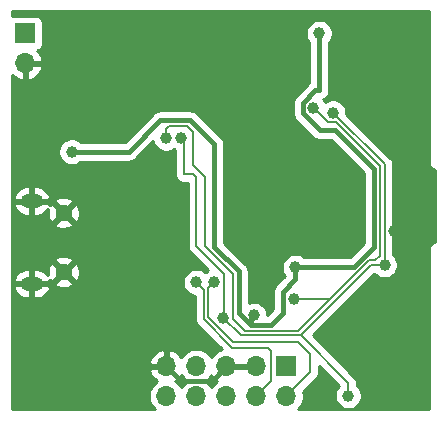
<source format=gbr>
%TF.GenerationSoftware,KiCad,Pcbnew,(5.1.9)-1*%
%TF.CreationDate,2021-05-13T10:13:02+02:00*%
%TF.ProjectId,TFG_LOPEZ_GIMENEZ,5446475f-4c4f-4504-955a-5f47494d454e,rev?*%
%TF.SameCoordinates,Original*%
%TF.FileFunction,Copper,L2,Bot*%
%TF.FilePolarity,Positive*%
%FSLAX46Y46*%
G04 Gerber Fmt 4.6, Leading zero omitted, Abs format (unit mm)*
G04 Created by KiCad (PCBNEW (5.1.9)-1) date 2021-05-13 10:13:02*
%MOMM*%
%LPD*%
G01*
G04 APERTURE LIST*
%TA.AperFunction,ComponentPad*%
%ADD10O,1.700000X1.700000*%
%TD*%
%TA.AperFunction,ComponentPad*%
%ADD11R,1.700000X1.700000*%
%TD*%
%TA.AperFunction,ComponentPad*%
%ADD12O,1.900000X1.200000*%
%TD*%
%TA.AperFunction,ComponentPad*%
%ADD13C,1.450000*%
%TD*%
%TA.AperFunction,ViaPad*%
%ADD14C,1.000000*%
%TD*%
%TA.AperFunction,Conductor*%
%ADD15C,0.400000*%
%TD*%
%TA.AperFunction,Conductor*%
%ADD16C,0.200000*%
%TD*%
%TA.AperFunction,Conductor*%
%ADD17C,0.100000*%
%TD*%
%TA.AperFunction,Conductor*%
%ADD18C,0.254000*%
%TD*%
G04 APERTURE END LIST*
D10*
%TO.P,J2,10*%
%TO.N,/nReset*%
X28956000Y-50800000D03*
%TO.P,J2,9*%
%TO.N,GND*%
X28956000Y-48260000D03*
%TO.P,J2,8*%
%TO.N,Net-(J2-Pad8)*%
X31496000Y-50800000D03*
%TO.P,J2,7*%
%TO.N,Net-(J2-Pad7)*%
X31496000Y-48260000D03*
%TO.P,J2,6*%
%TO.N,Net-(J2-Pad6)*%
X34036000Y-50800000D03*
%TO.P,J2,5*%
%TO.N,GND*%
X34036000Y-48260000D03*
%TO.P,J2,4*%
%TO.N,SWC*%
X36576000Y-50800000D03*
%TO.P,J2,3*%
%TO.N,GND*%
X36576000Y-48260000D03*
%TO.P,J2,2*%
%TO.N,SWD*%
X39116000Y-50800000D03*
D11*
%TO.P,J2,1*%
%TO.N,+3V3*%
X39116000Y-48260000D03*
%TD*%
D12*
%TO.P,J1,6*%
%TO.N,GND*%
X17558500Y-41269800D03*
X17558500Y-34269800D03*
D13*
X20258500Y-40269800D03*
X20258500Y-35269800D03*
%TD*%
D11*
%TO.P,BT1,1*%
%TO.N,+BATT*%
X17018000Y-20066000D03*
D10*
%TO.P,BT1,2*%
%TO.N,GND*%
X17018000Y-22606000D03*
%TD*%
D14*
%TO.N,GND*%
X36550600Y-27457400D03*
X29210000Y-24130000D03*
X27585500Y-44603500D03*
X48260000Y-36830000D03*
X49530000Y-25146000D03*
X42420000Y-49510000D03*
X47498000Y-46736000D03*
%TO.N,+3V3*%
X41910000Y-20066000D03*
X20955000Y-30099000D03*
X39878000Y-39878000D03*
X36349300Y-43914700D03*
%TO.N,/SDA*%
X33782000Y-44196000D03*
X30226000Y-28956000D03*
X47433000Y-39689000D03*
X43053000Y-26797000D03*
X44350000Y-50760000D03*
%TO.N,/SCL*%
X28956000Y-28956000D03*
X41402000Y-26416000D03*
X39725600Y-42570400D03*
%TO.N,SWC*%
X31496000Y-41148000D03*
%TO.N,SWD*%
X33020000Y-41148000D03*
%TD*%
D15*
%TO.N,GND*%
X30206001Y-49510001D02*
X28956000Y-48260000D01*
X32785999Y-49510001D02*
X30206001Y-49510001D01*
X34036000Y-48260000D02*
X32785999Y-49510001D01*
%TO.N,+3V3*%
X41910000Y-20066000D02*
X41910000Y-24909780D01*
X41936898Y-28282900D02*
X43266082Y-28282900D01*
X40501999Y-26848001D02*
X41936898Y-28282900D01*
X40501999Y-25983999D02*
X40501999Y-26848001D01*
X41576218Y-24909780D02*
X40501999Y-25983999D01*
X41910000Y-24909780D02*
X41576218Y-24909780D01*
X43266082Y-28282900D02*
X46532980Y-31549798D01*
X46532980Y-31549798D02*
X46532980Y-38160223D01*
X44815203Y-39878000D02*
X39878000Y-39878000D01*
X46532980Y-38160223D02*
X44815203Y-39878000D01*
X39878000Y-40894000D02*
X39878000Y-39878000D01*
X38825599Y-41946401D02*
X39878000Y-40894000D01*
X38825599Y-43724401D02*
X38825599Y-41946401D01*
X36113991Y-44749991D02*
X37800009Y-44749991D01*
X35082011Y-43718011D02*
X36113991Y-44749991D01*
X35082011Y-40216891D02*
X35082011Y-43718011D01*
X33020000Y-38154880D02*
X35082011Y-40216891D01*
X30995990Y-27439990D02*
X33020000Y-29464000D01*
X28440010Y-27439990D02*
X30995990Y-27439990D01*
X37800009Y-44749991D02*
X38825599Y-43724401D01*
X25781000Y-30099000D02*
X28440010Y-27439990D01*
X33020000Y-29464000D02*
X33020000Y-38154880D01*
X20955000Y-30099000D02*
X25781000Y-30099000D01*
X36113991Y-44150009D02*
X36349300Y-43914700D01*
X36113991Y-44749991D02*
X36113991Y-44150009D01*
D16*
%TO.N,/SDA*%
X30368001Y-29098001D02*
X30226000Y-28956000D01*
X33782000Y-44196000D02*
X35236011Y-45650011D01*
X33820001Y-40424001D02*
X33820001Y-44157999D01*
X31496000Y-32258000D02*
X31496000Y-38100000D01*
X31242000Y-32004000D02*
X31496000Y-32258000D01*
X30414000Y-32004000D02*
X31242000Y-32004000D01*
X31496000Y-38100000D02*
X33820001Y-40424001D01*
X30414000Y-29144000D02*
X30414000Y-32004000D01*
X33820001Y-44157999D02*
X33782000Y-44196000D01*
X30226000Y-28956000D02*
X30414000Y-29144000D01*
X40316011Y-45650011D02*
X38423989Y-45650011D01*
X38423989Y-45650011D02*
X38677989Y-45650011D01*
X35236011Y-45650011D02*
X38423989Y-45650011D01*
X46277022Y-39689000D02*
X40316011Y-45650011D01*
X47433000Y-39689000D02*
X46277022Y-39689000D01*
X47433000Y-31177000D02*
X43053000Y-26797000D01*
X47433000Y-39689000D02*
X47433000Y-31177000D01*
D17*
X40316011Y-45650011D02*
X40460011Y-45650011D01*
D16*
X44350000Y-49684000D02*
X40316011Y-45650011D01*
X44350000Y-50760000D02*
X44350000Y-49684000D01*
%TO.N,/SCL*%
X35598001Y-45250001D02*
X37807999Y-45250001D01*
X34582001Y-44234001D02*
X35598001Y-45250001D01*
X34582001Y-40424001D02*
X34582001Y-44234001D01*
X32258000Y-38100000D02*
X34582001Y-40424001D01*
X32258000Y-32258000D02*
X32258000Y-38100000D01*
X31242000Y-31242000D02*
X32258000Y-32258000D01*
X31242000Y-28448000D02*
X31242000Y-31242000D01*
X30734000Y-27940000D02*
X31242000Y-28448000D01*
X29210000Y-27940000D02*
X30734000Y-27940000D01*
X28956000Y-28194000D02*
X29210000Y-27940000D01*
X28956000Y-28956000D02*
X28956000Y-28194000D01*
X41487998Y-26416000D02*
X41402000Y-26416000D01*
X42668999Y-27597001D02*
X41487998Y-26416000D01*
X43287303Y-27597001D02*
X42668999Y-27597001D01*
X47032990Y-31342688D02*
X43287303Y-27597001D01*
X47032990Y-38905008D02*
X47032990Y-31342688D01*
X46649008Y-39288990D02*
X47032990Y-38905008D01*
X46111333Y-39288990D02*
X46649008Y-39288990D01*
X40132000Y-45212000D02*
X40188324Y-45212000D01*
X40093999Y-45250001D02*
X40132000Y-45212000D01*
X37807999Y-45250001D02*
X40093999Y-45250001D01*
X42832241Y-42568081D02*
X46111333Y-39288990D01*
X40188324Y-45212000D02*
X42832241Y-42568081D01*
X42829922Y-42570400D02*
X42832241Y-42568081D01*
X39725600Y-42570400D02*
X42829922Y-42570400D01*
%TO.N,SWC*%
X36068000Y-50800000D02*
X36576000Y-50800000D01*
X37846000Y-49530000D02*
X36576000Y-50800000D01*
X37846000Y-46990000D02*
X37846000Y-49530000D01*
X34544000Y-46707701D02*
X37563701Y-46707701D01*
X32119991Y-44283692D02*
X34544000Y-46707701D01*
X37563701Y-46707701D02*
X37846000Y-46990000D01*
X32119991Y-41771991D02*
X32119991Y-44283692D01*
X31496000Y-41148000D02*
X32119991Y-41771991D01*
%TO.N,SWD*%
X41148000Y-47244000D02*
X41148000Y-48768000D01*
X41148000Y-48768000D02*
X39116000Y-50800000D01*
X40132000Y-46228000D02*
X41148000Y-47244000D01*
X32520001Y-44118003D02*
X34629998Y-46228000D01*
X34629998Y-46228000D02*
X40132000Y-46228000D01*
X32520001Y-41647999D02*
X32520001Y-44118003D01*
X33020000Y-41148000D02*
X32520001Y-41647999D01*
%TD*%
D18*
%TO.N,GND*%
X51156000Y-30955581D02*
X51152807Y-30988000D01*
X51165550Y-31117383D01*
X51203290Y-31241793D01*
X51264575Y-31356450D01*
X51347052Y-31456948D01*
X51447550Y-31539425D01*
X51562207Y-31600710D01*
X51686617Y-31638450D01*
X51689000Y-31638685D01*
X51689000Y-37703315D01*
X51686617Y-37703550D01*
X51562207Y-37741290D01*
X51447550Y-37802575D01*
X51347052Y-37885052D01*
X51264575Y-37985550D01*
X51203290Y-38100207D01*
X51165550Y-38224617D01*
X51152807Y-38354000D01*
X51156001Y-38386429D01*
X51156000Y-51918000D01*
X40098107Y-51918000D01*
X40269475Y-51746632D01*
X40431990Y-51503411D01*
X40543932Y-51233158D01*
X40601000Y-50946260D01*
X40601000Y-50653740D01*
X40551344Y-50404103D01*
X41642193Y-49313254D01*
X41670238Y-49290238D01*
X41762087Y-49178320D01*
X41830337Y-49050633D01*
X41872365Y-48912085D01*
X41883000Y-48804105D01*
X41886556Y-48768000D01*
X41883000Y-48731895D01*
X41883000Y-48256447D01*
X43565711Y-49939157D01*
X43468388Y-50036480D01*
X43344176Y-50222376D01*
X43258617Y-50428933D01*
X43215000Y-50648212D01*
X43215000Y-50871788D01*
X43258617Y-51091067D01*
X43344176Y-51297624D01*
X43468388Y-51483520D01*
X43626480Y-51641612D01*
X43812376Y-51765824D01*
X44018933Y-51851383D01*
X44238212Y-51895000D01*
X44461788Y-51895000D01*
X44681067Y-51851383D01*
X44887624Y-51765824D01*
X45073520Y-51641612D01*
X45231612Y-51483520D01*
X45355824Y-51297624D01*
X45441383Y-51091067D01*
X45485000Y-50871788D01*
X45485000Y-50648212D01*
X45441383Y-50428933D01*
X45355824Y-50222376D01*
X45231612Y-50036480D01*
X45085000Y-49889868D01*
X45085000Y-49720105D01*
X45088556Y-49684000D01*
X45074365Y-49539915D01*
X45051486Y-49464494D01*
X45032337Y-49401367D01*
X44964087Y-49273680D01*
X44872238Y-49161762D01*
X44844193Y-49138746D01*
X41355457Y-45650011D01*
X46572168Y-40433300D01*
X46709480Y-40570612D01*
X46895376Y-40694824D01*
X47101933Y-40780383D01*
X47321212Y-40824000D01*
X47544788Y-40824000D01*
X47764067Y-40780383D01*
X47970624Y-40694824D01*
X48156520Y-40570612D01*
X48314612Y-40412520D01*
X48438824Y-40226624D01*
X48524383Y-40020067D01*
X48568000Y-39800788D01*
X48568000Y-39577212D01*
X48524383Y-39357933D01*
X48438824Y-39151376D01*
X48314612Y-38965480D01*
X48168000Y-38818868D01*
X48168000Y-31213094D01*
X48171555Y-31176999D01*
X48168000Y-31140904D01*
X48168000Y-31140895D01*
X48157365Y-31032915D01*
X48115337Y-30894367D01*
X48047087Y-30766680D01*
X47955238Y-30654762D01*
X47927193Y-30631746D01*
X44188000Y-26892554D01*
X44188000Y-26685212D01*
X44144383Y-26465933D01*
X44058824Y-26259376D01*
X43934612Y-26073480D01*
X43776520Y-25915388D01*
X43590624Y-25791176D01*
X43384067Y-25705617D01*
X43164788Y-25662000D01*
X42941212Y-25662000D01*
X42721933Y-25705617D01*
X42515376Y-25791176D01*
X42400740Y-25867774D01*
X42283612Y-25692480D01*
X42260410Y-25669278D01*
X42376146Y-25607416D01*
X42503291Y-25503071D01*
X42607636Y-25375926D01*
X42685172Y-25230867D01*
X42732918Y-25073469D01*
X42745000Y-24950799D01*
X42749040Y-24909780D01*
X42745000Y-24868761D01*
X42745000Y-20836132D01*
X42791612Y-20789520D01*
X42915824Y-20603624D01*
X43001383Y-20397067D01*
X43045000Y-20177788D01*
X43045000Y-19954212D01*
X43001383Y-19734933D01*
X42915824Y-19528376D01*
X42791612Y-19342480D01*
X42633520Y-19184388D01*
X42447624Y-19060176D01*
X42241067Y-18974617D01*
X42021788Y-18931000D01*
X41798212Y-18931000D01*
X41578933Y-18974617D01*
X41372376Y-19060176D01*
X41186480Y-19184388D01*
X41028388Y-19342480D01*
X40904176Y-19528376D01*
X40818617Y-19734933D01*
X40775000Y-19954212D01*
X40775000Y-20177788D01*
X40818617Y-20397067D01*
X40904176Y-20603624D01*
X41028388Y-20789520D01*
X41075000Y-20836132D01*
X41075001Y-24240926D01*
X40982927Y-24316489D01*
X40956776Y-24348354D01*
X39940578Y-25364553D01*
X39908708Y-25390708D01*
X39816495Y-25503071D01*
X39804363Y-25517854D01*
X39726827Y-25662913D01*
X39679081Y-25820311D01*
X39662959Y-25983999D01*
X39666999Y-26025017D01*
X39666999Y-26806983D01*
X39662959Y-26848001D01*
X39679081Y-27011689D01*
X39726827Y-27169087D01*
X39804363Y-27314146D01*
X39804545Y-27314368D01*
X39908709Y-27441292D01*
X39940573Y-27467442D01*
X41317461Y-28844332D01*
X41343607Y-28876191D01*
X41375466Y-28902337D01*
X41375468Y-28902339D01*
X41440855Y-28956000D01*
X41470752Y-28980536D01*
X41615811Y-29058072D01*
X41773209Y-29105818D01*
X41895879Y-29117900D01*
X41895880Y-29117900D01*
X41936898Y-29121940D01*
X41977916Y-29117900D01*
X42920215Y-29117900D01*
X45697980Y-31895666D01*
X45697981Y-37814353D01*
X44469336Y-39043000D01*
X40648132Y-39043000D01*
X40601520Y-38996388D01*
X40415624Y-38872176D01*
X40209067Y-38786617D01*
X39989788Y-38743000D01*
X39766212Y-38743000D01*
X39546933Y-38786617D01*
X39340376Y-38872176D01*
X39154480Y-38996388D01*
X38996388Y-39154480D01*
X38872176Y-39340376D01*
X38786617Y-39546933D01*
X38743000Y-39766212D01*
X38743000Y-39989788D01*
X38786617Y-40209067D01*
X38872176Y-40415624D01*
X38993674Y-40597458D01*
X38264173Y-41326960D01*
X38232309Y-41353110D01*
X38156692Y-41445250D01*
X38127963Y-41480256D01*
X38050427Y-41625315D01*
X38002681Y-41782713D01*
X37986559Y-41946401D01*
X37990600Y-41987429D01*
X37990599Y-43378533D01*
X37484300Y-43884833D01*
X37484300Y-43802912D01*
X37440683Y-43583633D01*
X37355124Y-43377076D01*
X37230912Y-43191180D01*
X37072820Y-43033088D01*
X36886924Y-42908876D01*
X36680367Y-42823317D01*
X36461088Y-42779700D01*
X36237512Y-42779700D01*
X36018233Y-42823317D01*
X35917011Y-42865245D01*
X35917011Y-40257909D01*
X35921051Y-40216891D01*
X35904929Y-40053202D01*
X35857183Y-39895804D01*
X35779647Y-39750745D01*
X35701450Y-39655461D01*
X35701448Y-39655459D01*
X35675302Y-39623600D01*
X35643444Y-39597455D01*
X33855000Y-37809013D01*
X33855000Y-29505007D01*
X33859039Y-29463999D01*
X33855000Y-29422991D01*
X33855000Y-29422981D01*
X33842918Y-29300311D01*
X33795172Y-29142913D01*
X33717636Y-28997854D01*
X33613291Y-28870709D01*
X33581428Y-28844560D01*
X31615436Y-26878569D01*
X31589281Y-26846699D01*
X31462136Y-26742354D01*
X31317077Y-26664818D01*
X31159679Y-26617072D01*
X31037009Y-26604990D01*
X31037008Y-26604990D01*
X30995990Y-26600950D01*
X30954972Y-26604990D01*
X28481028Y-26604990D01*
X28440009Y-26600950D01*
X28398991Y-26604990D01*
X28276321Y-26617072D01*
X28118923Y-26664818D01*
X27973864Y-26742354D01*
X27846719Y-26846699D01*
X27820569Y-26878563D01*
X25435133Y-29264000D01*
X21725132Y-29264000D01*
X21678520Y-29217388D01*
X21492624Y-29093176D01*
X21286067Y-29007617D01*
X21066788Y-28964000D01*
X20843212Y-28964000D01*
X20623933Y-29007617D01*
X20417376Y-29093176D01*
X20231480Y-29217388D01*
X20073388Y-29375480D01*
X19949176Y-29561376D01*
X19863617Y-29767933D01*
X19820000Y-29987212D01*
X19820000Y-30210788D01*
X19863617Y-30430067D01*
X19949176Y-30636624D01*
X20073388Y-30822520D01*
X20231480Y-30980612D01*
X20417376Y-31104824D01*
X20623933Y-31190383D01*
X20843212Y-31234000D01*
X21066788Y-31234000D01*
X21286067Y-31190383D01*
X21492624Y-31104824D01*
X21678520Y-30980612D01*
X21725132Y-30934000D01*
X25739982Y-30934000D01*
X25781000Y-30938040D01*
X25822018Y-30934000D01*
X25822019Y-30934000D01*
X25944689Y-30921918D01*
X26102087Y-30874172D01*
X26247146Y-30796636D01*
X26374291Y-30692291D01*
X26400446Y-30660421D01*
X27849550Y-29211318D01*
X27864617Y-29287067D01*
X27950176Y-29493624D01*
X28074388Y-29679520D01*
X28232480Y-29837612D01*
X28418376Y-29961824D01*
X28624933Y-30047383D01*
X28844212Y-30091000D01*
X29067788Y-30091000D01*
X29287067Y-30047383D01*
X29493624Y-29961824D01*
X29591000Y-29896759D01*
X29679000Y-29955559D01*
X29679001Y-31967885D01*
X29675444Y-32004000D01*
X29689635Y-32148085D01*
X29731663Y-32286633D01*
X29799913Y-32414320D01*
X29891762Y-32526238D01*
X30003680Y-32618087D01*
X30131367Y-32686337D01*
X30269915Y-32728365D01*
X30377895Y-32739000D01*
X30414000Y-32742556D01*
X30450105Y-32739000D01*
X30761000Y-32739000D01*
X30761001Y-38063885D01*
X30757444Y-38100000D01*
X30771635Y-38244085D01*
X30795851Y-38323912D01*
X30813664Y-38382633D01*
X30881914Y-38510320D01*
X30973763Y-38622238D01*
X31001808Y-38645254D01*
X32493940Y-40137386D01*
X32482376Y-40142176D01*
X32296480Y-40266388D01*
X32258000Y-40304868D01*
X32219520Y-40266388D01*
X32033624Y-40142176D01*
X31827067Y-40056617D01*
X31607788Y-40013000D01*
X31384212Y-40013000D01*
X31164933Y-40056617D01*
X30958376Y-40142176D01*
X30772480Y-40266388D01*
X30614388Y-40424480D01*
X30490176Y-40610376D01*
X30404617Y-40816933D01*
X30361000Y-41036212D01*
X30361000Y-41259788D01*
X30404617Y-41479067D01*
X30490176Y-41685624D01*
X30614388Y-41871520D01*
X30772480Y-42029612D01*
X30958376Y-42153824D01*
X31164933Y-42239383D01*
X31384212Y-42283000D01*
X31384991Y-42283000D01*
X31384992Y-44247577D01*
X31381435Y-44283692D01*
X31395626Y-44427777D01*
X31434842Y-44557051D01*
X31437655Y-44566325D01*
X31505905Y-44694012D01*
X31597754Y-44805930D01*
X31625799Y-44828946D01*
X33630209Y-46833357D01*
X33531901Y-46863175D01*
X33269080Y-46988359D01*
X33035731Y-47162412D01*
X32840822Y-47378645D01*
X32771195Y-47495534D01*
X32649475Y-47313368D01*
X32442632Y-47106525D01*
X32199411Y-46944010D01*
X31929158Y-46832068D01*
X31642260Y-46775000D01*
X31349740Y-46775000D01*
X31062842Y-46832068D01*
X30792589Y-46944010D01*
X30549368Y-47106525D01*
X30342525Y-47313368D01*
X30220805Y-47495534D01*
X30151178Y-47378645D01*
X29956269Y-47162412D01*
X29722920Y-46988359D01*
X29460099Y-46863175D01*
X29312890Y-46818524D01*
X29083000Y-46939845D01*
X29083000Y-48133000D01*
X29103000Y-48133000D01*
X29103000Y-48387000D01*
X29083000Y-48387000D01*
X29083000Y-48407000D01*
X28829000Y-48407000D01*
X28829000Y-48387000D01*
X27635186Y-48387000D01*
X27514519Y-48616891D01*
X27611843Y-48891252D01*
X27760822Y-49141355D01*
X27955731Y-49357588D01*
X28185406Y-49528900D01*
X28009368Y-49646525D01*
X27802525Y-49853368D01*
X27640010Y-50096589D01*
X27528068Y-50366842D01*
X27471000Y-50653740D01*
X27471000Y-50946260D01*
X27528068Y-51233158D01*
X27640010Y-51503411D01*
X27802525Y-51746632D01*
X27973893Y-51918000D01*
X15900000Y-51918000D01*
X15900000Y-47903109D01*
X27514519Y-47903109D01*
X27635186Y-48133000D01*
X28829000Y-48133000D01*
X28829000Y-46939845D01*
X28599110Y-46818524D01*
X28451901Y-46863175D01*
X28189080Y-46988359D01*
X27955731Y-47162412D01*
X27760822Y-47378645D01*
X27611843Y-47628748D01*
X27514519Y-47903109D01*
X15900000Y-47903109D01*
X15900000Y-41587409D01*
X16015038Y-41587409D01*
X16018909Y-41625082D01*
X16111079Y-41850333D01*
X16245422Y-42053274D01*
X16416775Y-42226107D01*
X16618554Y-42362190D01*
X16843004Y-42456293D01*
X17081500Y-42504800D01*
X17431500Y-42504800D01*
X17431500Y-41396800D01*
X17685500Y-41396800D01*
X17685500Y-42504800D01*
X18035500Y-42504800D01*
X18273996Y-42456293D01*
X18498446Y-42362190D01*
X18700225Y-42226107D01*
X18871578Y-42053274D01*
X19005921Y-41850333D01*
X19098091Y-41625082D01*
X19101962Y-41587409D01*
X18977231Y-41396800D01*
X17685500Y-41396800D01*
X17431500Y-41396800D01*
X16139769Y-41396800D01*
X16015038Y-41587409D01*
X15900000Y-41587409D01*
X15900000Y-41208933D01*
X19498972Y-41208933D01*
X19561465Y-41445250D01*
X19804178Y-41558650D01*
X20064349Y-41622519D01*
X20331982Y-41634404D01*
X20596791Y-41593848D01*
X20848600Y-41502409D01*
X20955535Y-41445250D01*
X21018028Y-41208933D01*
X20258500Y-40449405D01*
X19498972Y-41208933D01*
X15900000Y-41208933D01*
X15900000Y-40952191D01*
X16015038Y-40952191D01*
X16139769Y-41142800D01*
X17431500Y-41142800D01*
X17431500Y-40034800D01*
X17685500Y-40034800D01*
X17685500Y-41142800D01*
X18977231Y-41142800D01*
X19091003Y-40968938D01*
X19319367Y-41029328D01*
X20078895Y-40269800D01*
X20438105Y-40269800D01*
X21197633Y-41029328D01*
X21433950Y-40966835D01*
X21547350Y-40724122D01*
X21611219Y-40463951D01*
X21623104Y-40196318D01*
X21582548Y-39931509D01*
X21491109Y-39679700D01*
X21433950Y-39572765D01*
X21197633Y-39510272D01*
X20438105Y-40269800D01*
X20078895Y-40269800D01*
X19319367Y-39510272D01*
X19083050Y-39572765D01*
X18969650Y-39815478D01*
X18905781Y-40075649D01*
X18893896Y-40343282D01*
X18929115Y-40573242D01*
X18871578Y-40486326D01*
X18700225Y-40313493D01*
X18498446Y-40177410D01*
X18273996Y-40083307D01*
X18035500Y-40034800D01*
X17685500Y-40034800D01*
X17431500Y-40034800D01*
X17081500Y-40034800D01*
X16843004Y-40083307D01*
X16618554Y-40177410D01*
X16416775Y-40313493D01*
X16245422Y-40486326D01*
X16111079Y-40689267D01*
X16018909Y-40914518D01*
X16015038Y-40952191D01*
X15900000Y-40952191D01*
X15900000Y-39330667D01*
X19498972Y-39330667D01*
X20258500Y-40090195D01*
X21018028Y-39330667D01*
X20955535Y-39094350D01*
X20712822Y-38980950D01*
X20452651Y-38917081D01*
X20185018Y-38905196D01*
X19920209Y-38945752D01*
X19668400Y-39037191D01*
X19561465Y-39094350D01*
X19498972Y-39330667D01*
X15900000Y-39330667D01*
X15900000Y-36208933D01*
X19498972Y-36208933D01*
X19561465Y-36445250D01*
X19804178Y-36558650D01*
X20064349Y-36622519D01*
X20331982Y-36634404D01*
X20596791Y-36593848D01*
X20848600Y-36502409D01*
X20955535Y-36445250D01*
X21018028Y-36208933D01*
X20258500Y-35449405D01*
X19498972Y-36208933D01*
X15900000Y-36208933D01*
X15900000Y-34587409D01*
X16015038Y-34587409D01*
X16018909Y-34625082D01*
X16111079Y-34850333D01*
X16245422Y-35053274D01*
X16416775Y-35226107D01*
X16618554Y-35362190D01*
X16843004Y-35456293D01*
X17081500Y-35504800D01*
X17431500Y-35504800D01*
X17431500Y-34396800D01*
X17685500Y-34396800D01*
X17685500Y-35504800D01*
X18035500Y-35504800D01*
X18273996Y-35456293D01*
X18498446Y-35362190D01*
X18700225Y-35226107D01*
X18871578Y-35053274D01*
X18934671Y-34957964D01*
X18905781Y-35075649D01*
X18893896Y-35343282D01*
X18934452Y-35608091D01*
X19025891Y-35859900D01*
X19083050Y-35966835D01*
X19319367Y-36029328D01*
X20078895Y-35269800D01*
X20438105Y-35269800D01*
X21197633Y-36029328D01*
X21433950Y-35966835D01*
X21547350Y-35724122D01*
X21611219Y-35463951D01*
X21623104Y-35196318D01*
X21582548Y-34931509D01*
X21491109Y-34679700D01*
X21433950Y-34572765D01*
X21197633Y-34510272D01*
X20438105Y-35269800D01*
X20078895Y-35269800D01*
X19319367Y-34510272D01*
X19091003Y-34570662D01*
X18977231Y-34396800D01*
X17685500Y-34396800D01*
X17431500Y-34396800D01*
X16139769Y-34396800D01*
X16015038Y-34587409D01*
X15900000Y-34587409D01*
X15900000Y-34330667D01*
X19498972Y-34330667D01*
X20258500Y-35090195D01*
X21018028Y-34330667D01*
X20955535Y-34094350D01*
X20712822Y-33980950D01*
X20452651Y-33917081D01*
X20185018Y-33905196D01*
X19920209Y-33945752D01*
X19668400Y-34037191D01*
X19561465Y-34094350D01*
X19498972Y-34330667D01*
X15900000Y-34330667D01*
X15900000Y-33952191D01*
X16015038Y-33952191D01*
X16139769Y-34142800D01*
X17431500Y-34142800D01*
X17431500Y-33034800D01*
X17685500Y-33034800D01*
X17685500Y-34142800D01*
X18977231Y-34142800D01*
X19101962Y-33952191D01*
X19098091Y-33914518D01*
X19005921Y-33689267D01*
X18871578Y-33486326D01*
X18700225Y-33313493D01*
X18498446Y-33177410D01*
X18273996Y-33083307D01*
X18035500Y-33034800D01*
X17685500Y-33034800D01*
X17431500Y-33034800D01*
X17081500Y-33034800D01*
X16843004Y-33083307D01*
X16618554Y-33177410D01*
X16416775Y-33313493D01*
X16245422Y-33486326D01*
X16111079Y-33689267D01*
X16018909Y-33914518D01*
X16015038Y-33952191D01*
X15900000Y-33952191D01*
X15900000Y-23578903D01*
X15920412Y-23606269D01*
X16136645Y-23801178D01*
X16386748Y-23950157D01*
X16661109Y-24047481D01*
X16891000Y-23926814D01*
X16891000Y-22733000D01*
X17145000Y-22733000D01*
X17145000Y-23926814D01*
X17374891Y-24047481D01*
X17649252Y-23950157D01*
X17899355Y-23801178D01*
X18115588Y-23606269D01*
X18289641Y-23372920D01*
X18414825Y-23110099D01*
X18459476Y-22962890D01*
X18338155Y-22733000D01*
X17145000Y-22733000D01*
X16891000Y-22733000D01*
X16871000Y-22733000D01*
X16871000Y-22479000D01*
X16891000Y-22479000D01*
X16891000Y-22459000D01*
X17145000Y-22459000D01*
X17145000Y-22479000D01*
X18338155Y-22479000D01*
X18459476Y-22249110D01*
X18414825Y-22101901D01*
X18289641Y-21839080D01*
X18115588Y-21605731D01*
X18031534Y-21529966D01*
X18112180Y-21505502D01*
X18222494Y-21446537D01*
X18319185Y-21367185D01*
X18398537Y-21270494D01*
X18457502Y-21160180D01*
X18493812Y-21040482D01*
X18506072Y-20916000D01*
X18506072Y-19216000D01*
X18493812Y-19091518D01*
X18457502Y-18971820D01*
X18398537Y-18861506D01*
X18319185Y-18764815D01*
X18222494Y-18685463D01*
X18112180Y-18626498D01*
X17992482Y-18590188D01*
X17868000Y-18577928D01*
X16168000Y-18577928D01*
X16043518Y-18590188D01*
X15923820Y-18626498D01*
X15900000Y-18639230D01*
X15900000Y-18186000D01*
X51156001Y-18186000D01*
X51156000Y-30955581D01*
%TA.AperFunction,Conductor*%
D17*
G36*
X51156000Y-30955581D02*
G01*
X51152807Y-30988000D01*
X51165550Y-31117383D01*
X51203290Y-31241793D01*
X51264575Y-31356450D01*
X51347052Y-31456948D01*
X51447550Y-31539425D01*
X51562207Y-31600710D01*
X51686617Y-31638450D01*
X51689000Y-31638685D01*
X51689000Y-37703315D01*
X51686617Y-37703550D01*
X51562207Y-37741290D01*
X51447550Y-37802575D01*
X51347052Y-37885052D01*
X51264575Y-37985550D01*
X51203290Y-38100207D01*
X51165550Y-38224617D01*
X51152807Y-38354000D01*
X51156001Y-38386429D01*
X51156000Y-51918000D01*
X40098107Y-51918000D01*
X40269475Y-51746632D01*
X40431990Y-51503411D01*
X40543932Y-51233158D01*
X40601000Y-50946260D01*
X40601000Y-50653740D01*
X40551344Y-50404103D01*
X41642193Y-49313254D01*
X41670238Y-49290238D01*
X41762087Y-49178320D01*
X41830337Y-49050633D01*
X41872365Y-48912085D01*
X41883000Y-48804105D01*
X41886556Y-48768000D01*
X41883000Y-48731895D01*
X41883000Y-48256447D01*
X43565711Y-49939157D01*
X43468388Y-50036480D01*
X43344176Y-50222376D01*
X43258617Y-50428933D01*
X43215000Y-50648212D01*
X43215000Y-50871788D01*
X43258617Y-51091067D01*
X43344176Y-51297624D01*
X43468388Y-51483520D01*
X43626480Y-51641612D01*
X43812376Y-51765824D01*
X44018933Y-51851383D01*
X44238212Y-51895000D01*
X44461788Y-51895000D01*
X44681067Y-51851383D01*
X44887624Y-51765824D01*
X45073520Y-51641612D01*
X45231612Y-51483520D01*
X45355824Y-51297624D01*
X45441383Y-51091067D01*
X45485000Y-50871788D01*
X45485000Y-50648212D01*
X45441383Y-50428933D01*
X45355824Y-50222376D01*
X45231612Y-50036480D01*
X45085000Y-49889868D01*
X45085000Y-49720105D01*
X45088556Y-49684000D01*
X45074365Y-49539915D01*
X45051486Y-49464494D01*
X45032337Y-49401367D01*
X44964087Y-49273680D01*
X44872238Y-49161762D01*
X44844193Y-49138746D01*
X41355457Y-45650011D01*
X46572168Y-40433300D01*
X46709480Y-40570612D01*
X46895376Y-40694824D01*
X47101933Y-40780383D01*
X47321212Y-40824000D01*
X47544788Y-40824000D01*
X47764067Y-40780383D01*
X47970624Y-40694824D01*
X48156520Y-40570612D01*
X48314612Y-40412520D01*
X48438824Y-40226624D01*
X48524383Y-40020067D01*
X48568000Y-39800788D01*
X48568000Y-39577212D01*
X48524383Y-39357933D01*
X48438824Y-39151376D01*
X48314612Y-38965480D01*
X48168000Y-38818868D01*
X48168000Y-31213094D01*
X48171555Y-31176999D01*
X48168000Y-31140904D01*
X48168000Y-31140895D01*
X48157365Y-31032915D01*
X48115337Y-30894367D01*
X48047087Y-30766680D01*
X47955238Y-30654762D01*
X47927193Y-30631746D01*
X44188000Y-26892554D01*
X44188000Y-26685212D01*
X44144383Y-26465933D01*
X44058824Y-26259376D01*
X43934612Y-26073480D01*
X43776520Y-25915388D01*
X43590624Y-25791176D01*
X43384067Y-25705617D01*
X43164788Y-25662000D01*
X42941212Y-25662000D01*
X42721933Y-25705617D01*
X42515376Y-25791176D01*
X42400740Y-25867774D01*
X42283612Y-25692480D01*
X42260410Y-25669278D01*
X42376146Y-25607416D01*
X42503291Y-25503071D01*
X42607636Y-25375926D01*
X42685172Y-25230867D01*
X42732918Y-25073469D01*
X42745000Y-24950799D01*
X42749040Y-24909780D01*
X42745000Y-24868761D01*
X42745000Y-20836132D01*
X42791612Y-20789520D01*
X42915824Y-20603624D01*
X43001383Y-20397067D01*
X43045000Y-20177788D01*
X43045000Y-19954212D01*
X43001383Y-19734933D01*
X42915824Y-19528376D01*
X42791612Y-19342480D01*
X42633520Y-19184388D01*
X42447624Y-19060176D01*
X42241067Y-18974617D01*
X42021788Y-18931000D01*
X41798212Y-18931000D01*
X41578933Y-18974617D01*
X41372376Y-19060176D01*
X41186480Y-19184388D01*
X41028388Y-19342480D01*
X40904176Y-19528376D01*
X40818617Y-19734933D01*
X40775000Y-19954212D01*
X40775000Y-20177788D01*
X40818617Y-20397067D01*
X40904176Y-20603624D01*
X41028388Y-20789520D01*
X41075000Y-20836132D01*
X41075001Y-24240926D01*
X40982927Y-24316489D01*
X40956776Y-24348354D01*
X39940578Y-25364553D01*
X39908708Y-25390708D01*
X39816495Y-25503071D01*
X39804363Y-25517854D01*
X39726827Y-25662913D01*
X39679081Y-25820311D01*
X39662959Y-25983999D01*
X39666999Y-26025017D01*
X39666999Y-26806983D01*
X39662959Y-26848001D01*
X39679081Y-27011689D01*
X39726827Y-27169087D01*
X39804363Y-27314146D01*
X39804545Y-27314368D01*
X39908709Y-27441292D01*
X39940573Y-27467442D01*
X41317461Y-28844332D01*
X41343607Y-28876191D01*
X41375466Y-28902337D01*
X41375468Y-28902339D01*
X41440855Y-28956000D01*
X41470752Y-28980536D01*
X41615811Y-29058072D01*
X41773209Y-29105818D01*
X41895879Y-29117900D01*
X41895880Y-29117900D01*
X41936898Y-29121940D01*
X41977916Y-29117900D01*
X42920215Y-29117900D01*
X45697980Y-31895666D01*
X45697981Y-37814353D01*
X44469336Y-39043000D01*
X40648132Y-39043000D01*
X40601520Y-38996388D01*
X40415624Y-38872176D01*
X40209067Y-38786617D01*
X39989788Y-38743000D01*
X39766212Y-38743000D01*
X39546933Y-38786617D01*
X39340376Y-38872176D01*
X39154480Y-38996388D01*
X38996388Y-39154480D01*
X38872176Y-39340376D01*
X38786617Y-39546933D01*
X38743000Y-39766212D01*
X38743000Y-39989788D01*
X38786617Y-40209067D01*
X38872176Y-40415624D01*
X38993674Y-40597458D01*
X38264173Y-41326960D01*
X38232309Y-41353110D01*
X38156692Y-41445250D01*
X38127963Y-41480256D01*
X38050427Y-41625315D01*
X38002681Y-41782713D01*
X37986559Y-41946401D01*
X37990600Y-41987429D01*
X37990599Y-43378533D01*
X37484300Y-43884833D01*
X37484300Y-43802912D01*
X37440683Y-43583633D01*
X37355124Y-43377076D01*
X37230912Y-43191180D01*
X37072820Y-43033088D01*
X36886924Y-42908876D01*
X36680367Y-42823317D01*
X36461088Y-42779700D01*
X36237512Y-42779700D01*
X36018233Y-42823317D01*
X35917011Y-42865245D01*
X35917011Y-40257909D01*
X35921051Y-40216891D01*
X35904929Y-40053202D01*
X35857183Y-39895804D01*
X35779647Y-39750745D01*
X35701450Y-39655461D01*
X35701448Y-39655459D01*
X35675302Y-39623600D01*
X35643444Y-39597455D01*
X33855000Y-37809013D01*
X33855000Y-29505007D01*
X33859039Y-29463999D01*
X33855000Y-29422991D01*
X33855000Y-29422981D01*
X33842918Y-29300311D01*
X33795172Y-29142913D01*
X33717636Y-28997854D01*
X33613291Y-28870709D01*
X33581428Y-28844560D01*
X31615436Y-26878569D01*
X31589281Y-26846699D01*
X31462136Y-26742354D01*
X31317077Y-26664818D01*
X31159679Y-26617072D01*
X31037009Y-26604990D01*
X31037008Y-26604990D01*
X30995990Y-26600950D01*
X30954972Y-26604990D01*
X28481028Y-26604990D01*
X28440009Y-26600950D01*
X28398991Y-26604990D01*
X28276321Y-26617072D01*
X28118923Y-26664818D01*
X27973864Y-26742354D01*
X27846719Y-26846699D01*
X27820569Y-26878563D01*
X25435133Y-29264000D01*
X21725132Y-29264000D01*
X21678520Y-29217388D01*
X21492624Y-29093176D01*
X21286067Y-29007617D01*
X21066788Y-28964000D01*
X20843212Y-28964000D01*
X20623933Y-29007617D01*
X20417376Y-29093176D01*
X20231480Y-29217388D01*
X20073388Y-29375480D01*
X19949176Y-29561376D01*
X19863617Y-29767933D01*
X19820000Y-29987212D01*
X19820000Y-30210788D01*
X19863617Y-30430067D01*
X19949176Y-30636624D01*
X20073388Y-30822520D01*
X20231480Y-30980612D01*
X20417376Y-31104824D01*
X20623933Y-31190383D01*
X20843212Y-31234000D01*
X21066788Y-31234000D01*
X21286067Y-31190383D01*
X21492624Y-31104824D01*
X21678520Y-30980612D01*
X21725132Y-30934000D01*
X25739982Y-30934000D01*
X25781000Y-30938040D01*
X25822018Y-30934000D01*
X25822019Y-30934000D01*
X25944689Y-30921918D01*
X26102087Y-30874172D01*
X26247146Y-30796636D01*
X26374291Y-30692291D01*
X26400446Y-30660421D01*
X27849550Y-29211318D01*
X27864617Y-29287067D01*
X27950176Y-29493624D01*
X28074388Y-29679520D01*
X28232480Y-29837612D01*
X28418376Y-29961824D01*
X28624933Y-30047383D01*
X28844212Y-30091000D01*
X29067788Y-30091000D01*
X29287067Y-30047383D01*
X29493624Y-29961824D01*
X29591000Y-29896759D01*
X29679000Y-29955559D01*
X29679001Y-31967885D01*
X29675444Y-32004000D01*
X29689635Y-32148085D01*
X29731663Y-32286633D01*
X29799913Y-32414320D01*
X29891762Y-32526238D01*
X30003680Y-32618087D01*
X30131367Y-32686337D01*
X30269915Y-32728365D01*
X30377895Y-32739000D01*
X30414000Y-32742556D01*
X30450105Y-32739000D01*
X30761000Y-32739000D01*
X30761001Y-38063885D01*
X30757444Y-38100000D01*
X30771635Y-38244085D01*
X30795851Y-38323912D01*
X30813664Y-38382633D01*
X30881914Y-38510320D01*
X30973763Y-38622238D01*
X31001808Y-38645254D01*
X32493940Y-40137386D01*
X32482376Y-40142176D01*
X32296480Y-40266388D01*
X32258000Y-40304868D01*
X32219520Y-40266388D01*
X32033624Y-40142176D01*
X31827067Y-40056617D01*
X31607788Y-40013000D01*
X31384212Y-40013000D01*
X31164933Y-40056617D01*
X30958376Y-40142176D01*
X30772480Y-40266388D01*
X30614388Y-40424480D01*
X30490176Y-40610376D01*
X30404617Y-40816933D01*
X30361000Y-41036212D01*
X30361000Y-41259788D01*
X30404617Y-41479067D01*
X30490176Y-41685624D01*
X30614388Y-41871520D01*
X30772480Y-42029612D01*
X30958376Y-42153824D01*
X31164933Y-42239383D01*
X31384212Y-42283000D01*
X31384991Y-42283000D01*
X31384992Y-44247577D01*
X31381435Y-44283692D01*
X31395626Y-44427777D01*
X31434842Y-44557051D01*
X31437655Y-44566325D01*
X31505905Y-44694012D01*
X31597754Y-44805930D01*
X31625799Y-44828946D01*
X33630209Y-46833357D01*
X33531901Y-46863175D01*
X33269080Y-46988359D01*
X33035731Y-47162412D01*
X32840822Y-47378645D01*
X32771195Y-47495534D01*
X32649475Y-47313368D01*
X32442632Y-47106525D01*
X32199411Y-46944010D01*
X31929158Y-46832068D01*
X31642260Y-46775000D01*
X31349740Y-46775000D01*
X31062842Y-46832068D01*
X30792589Y-46944010D01*
X30549368Y-47106525D01*
X30342525Y-47313368D01*
X30220805Y-47495534D01*
X30151178Y-47378645D01*
X29956269Y-47162412D01*
X29722920Y-46988359D01*
X29460099Y-46863175D01*
X29312890Y-46818524D01*
X29083000Y-46939845D01*
X29083000Y-48133000D01*
X29103000Y-48133000D01*
X29103000Y-48387000D01*
X29083000Y-48387000D01*
X29083000Y-48407000D01*
X28829000Y-48407000D01*
X28829000Y-48387000D01*
X27635186Y-48387000D01*
X27514519Y-48616891D01*
X27611843Y-48891252D01*
X27760822Y-49141355D01*
X27955731Y-49357588D01*
X28185406Y-49528900D01*
X28009368Y-49646525D01*
X27802525Y-49853368D01*
X27640010Y-50096589D01*
X27528068Y-50366842D01*
X27471000Y-50653740D01*
X27471000Y-50946260D01*
X27528068Y-51233158D01*
X27640010Y-51503411D01*
X27802525Y-51746632D01*
X27973893Y-51918000D01*
X15900000Y-51918000D01*
X15900000Y-47903109D01*
X27514519Y-47903109D01*
X27635186Y-48133000D01*
X28829000Y-48133000D01*
X28829000Y-46939845D01*
X28599110Y-46818524D01*
X28451901Y-46863175D01*
X28189080Y-46988359D01*
X27955731Y-47162412D01*
X27760822Y-47378645D01*
X27611843Y-47628748D01*
X27514519Y-47903109D01*
X15900000Y-47903109D01*
X15900000Y-41587409D01*
X16015038Y-41587409D01*
X16018909Y-41625082D01*
X16111079Y-41850333D01*
X16245422Y-42053274D01*
X16416775Y-42226107D01*
X16618554Y-42362190D01*
X16843004Y-42456293D01*
X17081500Y-42504800D01*
X17431500Y-42504800D01*
X17431500Y-41396800D01*
X17685500Y-41396800D01*
X17685500Y-42504800D01*
X18035500Y-42504800D01*
X18273996Y-42456293D01*
X18498446Y-42362190D01*
X18700225Y-42226107D01*
X18871578Y-42053274D01*
X19005921Y-41850333D01*
X19098091Y-41625082D01*
X19101962Y-41587409D01*
X18977231Y-41396800D01*
X17685500Y-41396800D01*
X17431500Y-41396800D01*
X16139769Y-41396800D01*
X16015038Y-41587409D01*
X15900000Y-41587409D01*
X15900000Y-41208933D01*
X19498972Y-41208933D01*
X19561465Y-41445250D01*
X19804178Y-41558650D01*
X20064349Y-41622519D01*
X20331982Y-41634404D01*
X20596791Y-41593848D01*
X20848600Y-41502409D01*
X20955535Y-41445250D01*
X21018028Y-41208933D01*
X20258500Y-40449405D01*
X19498972Y-41208933D01*
X15900000Y-41208933D01*
X15900000Y-40952191D01*
X16015038Y-40952191D01*
X16139769Y-41142800D01*
X17431500Y-41142800D01*
X17431500Y-40034800D01*
X17685500Y-40034800D01*
X17685500Y-41142800D01*
X18977231Y-41142800D01*
X19091003Y-40968938D01*
X19319367Y-41029328D01*
X20078895Y-40269800D01*
X20438105Y-40269800D01*
X21197633Y-41029328D01*
X21433950Y-40966835D01*
X21547350Y-40724122D01*
X21611219Y-40463951D01*
X21623104Y-40196318D01*
X21582548Y-39931509D01*
X21491109Y-39679700D01*
X21433950Y-39572765D01*
X21197633Y-39510272D01*
X20438105Y-40269800D01*
X20078895Y-40269800D01*
X19319367Y-39510272D01*
X19083050Y-39572765D01*
X18969650Y-39815478D01*
X18905781Y-40075649D01*
X18893896Y-40343282D01*
X18929115Y-40573242D01*
X18871578Y-40486326D01*
X18700225Y-40313493D01*
X18498446Y-40177410D01*
X18273996Y-40083307D01*
X18035500Y-40034800D01*
X17685500Y-40034800D01*
X17431500Y-40034800D01*
X17081500Y-40034800D01*
X16843004Y-40083307D01*
X16618554Y-40177410D01*
X16416775Y-40313493D01*
X16245422Y-40486326D01*
X16111079Y-40689267D01*
X16018909Y-40914518D01*
X16015038Y-40952191D01*
X15900000Y-40952191D01*
X15900000Y-39330667D01*
X19498972Y-39330667D01*
X20258500Y-40090195D01*
X21018028Y-39330667D01*
X20955535Y-39094350D01*
X20712822Y-38980950D01*
X20452651Y-38917081D01*
X20185018Y-38905196D01*
X19920209Y-38945752D01*
X19668400Y-39037191D01*
X19561465Y-39094350D01*
X19498972Y-39330667D01*
X15900000Y-39330667D01*
X15900000Y-36208933D01*
X19498972Y-36208933D01*
X19561465Y-36445250D01*
X19804178Y-36558650D01*
X20064349Y-36622519D01*
X20331982Y-36634404D01*
X20596791Y-36593848D01*
X20848600Y-36502409D01*
X20955535Y-36445250D01*
X21018028Y-36208933D01*
X20258500Y-35449405D01*
X19498972Y-36208933D01*
X15900000Y-36208933D01*
X15900000Y-34587409D01*
X16015038Y-34587409D01*
X16018909Y-34625082D01*
X16111079Y-34850333D01*
X16245422Y-35053274D01*
X16416775Y-35226107D01*
X16618554Y-35362190D01*
X16843004Y-35456293D01*
X17081500Y-35504800D01*
X17431500Y-35504800D01*
X17431500Y-34396800D01*
X17685500Y-34396800D01*
X17685500Y-35504800D01*
X18035500Y-35504800D01*
X18273996Y-35456293D01*
X18498446Y-35362190D01*
X18700225Y-35226107D01*
X18871578Y-35053274D01*
X18934671Y-34957964D01*
X18905781Y-35075649D01*
X18893896Y-35343282D01*
X18934452Y-35608091D01*
X19025891Y-35859900D01*
X19083050Y-35966835D01*
X19319367Y-36029328D01*
X20078895Y-35269800D01*
X20438105Y-35269800D01*
X21197633Y-36029328D01*
X21433950Y-35966835D01*
X21547350Y-35724122D01*
X21611219Y-35463951D01*
X21623104Y-35196318D01*
X21582548Y-34931509D01*
X21491109Y-34679700D01*
X21433950Y-34572765D01*
X21197633Y-34510272D01*
X20438105Y-35269800D01*
X20078895Y-35269800D01*
X19319367Y-34510272D01*
X19091003Y-34570662D01*
X18977231Y-34396800D01*
X17685500Y-34396800D01*
X17431500Y-34396800D01*
X16139769Y-34396800D01*
X16015038Y-34587409D01*
X15900000Y-34587409D01*
X15900000Y-34330667D01*
X19498972Y-34330667D01*
X20258500Y-35090195D01*
X21018028Y-34330667D01*
X20955535Y-34094350D01*
X20712822Y-33980950D01*
X20452651Y-33917081D01*
X20185018Y-33905196D01*
X19920209Y-33945752D01*
X19668400Y-34037191D01*
X19561465Y-34094350D01*
X19498972Y-34330667D01*
X15900000Y-34330667D01*
X15900000Y-33952191D01*
X16015038Y-33952191D01*
X16139769Y-34142800D01*
X17431500Y-34142800D01*
X17431500Y-33034800D01*
X17685500Y-33034800D01*
X17685500Y-34142800D01*
X18977231Y-34142800D01*
X19101962Y-33952191D01*
X19098091Y-33914518D01*
X19005921Y-33689267D01*
X18871578Y-33486326D01*
X18700225Y-33313493D01*
X18498446Y-33177410D01*
X18273996Y-33083307D01*
X18035500Y-33034800D01*
X17685500Y-33034800D01*
X17431500Y-33034800D01*
X17081500Y-33034800D01*
X16843004Y-33083307D01*
X16618554Y-33177410D01*
X16416775Y-33313493D01*
X16245422Y-33486326D01*
X16111079Y-33689267D01*
X16018909Y-33914518D01*
X16015038Y-33952191D01*
X15900000Y-33952191D01*
X15900000Y-23578903D01*
X15920412Y-23606269D01*
X16136645Y-23801178D01*
X16386748Y-23950157D01*
X16661109Y-24047481D01*
X16891000Y-23926814D01*
X16891000Y-22733000D01*
X17145000Y-22733000D01*
X17145000Y-23926814D01*
X17374891Y-24047481D01*
X17649252Y-23950157D01*
X17899355Y-23801178D01*
X18115588Y-23606269D01*
X18289641Y-23372920D01*
X18414825Y-23110099D01*
X18459476Y-22962890D01*
X18338155Y-22733000D01*
X17145000Y-22733000D01*
X16891000Y-22733000D01*
X16871000Y-22733000D01*
X16871000Y-22479000D01*
X16891000Y-22479000D01*
X16891000Y-22459000D01*
X17145000Y-22459000D01*
X17145000Y-22479000D01*
X18338155Y-22479000D01*
X18459476Y-22249110D01*
X18414825Y-22101901D01*
X18289641Y-21839080D01*
X18115588Y-21605731D01*
X18031534Y-21529966D01*
X18112180Y-21505502D01*
X18222494Y-21446537D01*
X18319185Y-21367185D01*
X18398537Y-21270494D01*
X18457502Y-21160180D01*
X18493812Y-21040482D01*
X18506072Y-20916000D01*
X18506072Y-19216000D01*
X18493812Y-19091518D01*
X18457502Y-18971820D01*
X18398537Y-18861506D01*
X18319185Y-18764815D01*
X18222494Y-18685463D01*
X18112180Y-18626498D01*
X17992482Y-18590188D01*
X17868000Y-18577928D01*
X16168000Y-18577928D01*
X16043518Y-18590188D01*
X15923820Y-18626498D01*
X15900000Y-18639230D01*
X15900000Y-18186000D01*
X51156001Y-18186000D01*
X51156000Y-30955581D01*
G37*
%TD.AperFunction*%
D18*
X30342525Y-49206632D02*
X30549368Y-49413475D01*
X30723760Y-49530000D01*
X30549368Y-49646525D01*
X30342525Y-49853368D01*
X30226000Y-50027760D01*
X30109475Y-49853368D01*
X29902632Y-49646525D01*
X29726594Y-49528900D01*
X29956269Y-49357588D01*
X30151178Y-49141355D01*
X30220805Y-49024466D01*
X30342525Y-49206632D01*
%TA.AperFunction,Conductor*%
D17*
G36*
X30342525Y-49206632D02*
G01*
X30549368Y-49413475D01*
X30723760Y-49530000D01*
X30549368Y-49646525D01*
X30342525Y-49853368D01*
X30226000Y-50027760D01*
X30109475Y-49853368D01*
X29902632Y-49646525D01*
X29726594Y-49528900D01*
X29956269Y-49357588D01*
X30151178Y-49141355D01*
X30220805Y-49024466D01*
X30342525Y-49206632D01*
G37*
%TD.AperFunction*%
D18*
X32840822Y-49141355D02*
X33035731Y-49357588D01*
X33265406Y-49528900D01*
X33089368Y-49646525D01*
X32882525Y-49853368D01*
X32766000Y-50027760D01*
X32649475Y-49853368D01*
X32442632Y-49646525D01*
X32268240Y-49530000D01*
X32442632Y-49413475D01*
X32649475Y-49206632D01*
X32771195Y-49024466D01*
X32840822Y-49141355D01*
%TA.AperFunction,Conductor*%
D17*
G36*
X32840822Y-49141355D02*
G01*
X33035731Y-49357588D01*
X33265406Y-49528900D01*
X33089368Y-49646525D01*
X32882525Y-49853368D01*
X32766000Y-50027760D01*
X32649475Y-49853368D01*
X32442632Y-49646525D01*
X32268240Y-49530000D01*
X32442632Y-49413475D01*
X32649475Y-49206632D01*
X32771195Y-49024466D01*
X32840822Y-49141355D01*
G37*
%TD.AperFunction*%
D18*
X34163000Y-48133000D02*
X36449000Y-48133000D01*
X36449000Y-48113000D01*
X36703000Y-48113000D01*
X36703000Y-48133000D01*
X36723000Y-48133000D01*
X36723000Y-48387000D01*
X36703000Y-48387000D01*
X36703000Y-48407000D01*
X36449000Y-48407000D01*
X36449000Y-48387000D01*
X34163000Y-48387000D01*
X34163000Y-48407000D01*
X33909000Y-48407000D01*
X33909000Y-48387000D01*
X33889000Y-48387000D01*
X33889000Y-48133000D01*
X33909000Y-48133000D01*
X33909000Y-48113000D01*
X34163000Y-48113000D01*
X34163000Y-48133000D01*
%TA.AperFunction,Conductor*%
D17*
G36*
X34163000Y-48133000D02*
G01*
X36449000Y-48133000D01*
X36449000Y-48113000D01*
X36703000Y-48113000D01*
X36703000Y-48133000D01*
X36723000Y-48133000D01*
X36723000Y-48387000D01*
X36703000Y-48387000D01*
X36703000Y-48407000D01*
X36449000Y-48407000D01*
X36449000Y-48387000D01*
X34163000Y-48387000D01*
X34163000Y-48407000D01*
X33909000Y-48407000D01*
X33909000Y-48387000D01*
X33889000Y-48387000D01*
X33889000Y-48133000D01*
X33909000Y-48133000D01*
X33909000Y-48113000D01*
X34163000Y-48113000D01*
X34163000Y-48133000D01*
G37*
%TD.AperFunction*%
%TD*%
M02*

</source>
